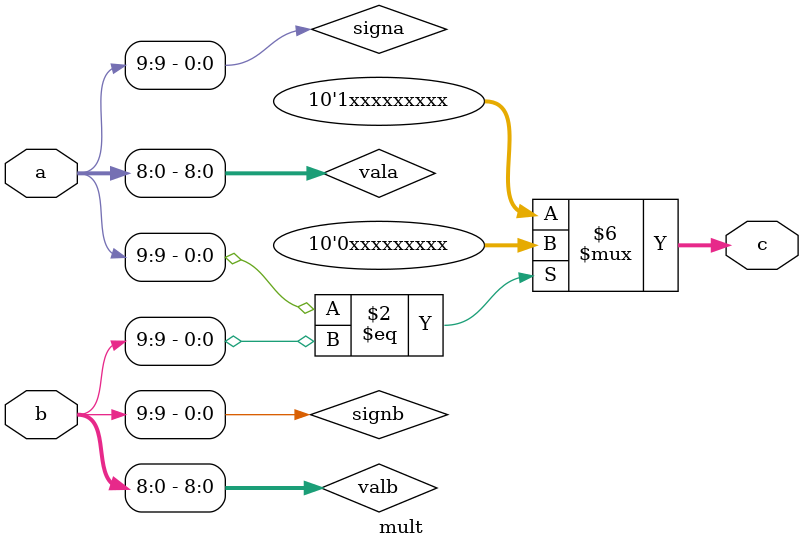
<source format=v>
module mult (a,b,c);
	input [9:0] a;
	input [9:0] b;
	output [9:0] c;
	wire [8:0] vala;
	wire [8:0] valb;
	assign vala = a;
	assign valb = b;
	wire signa = a[9];
	wire signb = b[9];
	reg [9:0] c;
	reg [17:0]temp;
	
	always @(*)
	begin
		if(signa==signb)
		begin
			temp <= vala * valb;
			c <= {1'b0,temp[17:9]};
		end
		else
		begin
			temp <= vala * valb;
			c <= {1'b1,temp[17:9]};
		end
	end

endmodule
</source>
